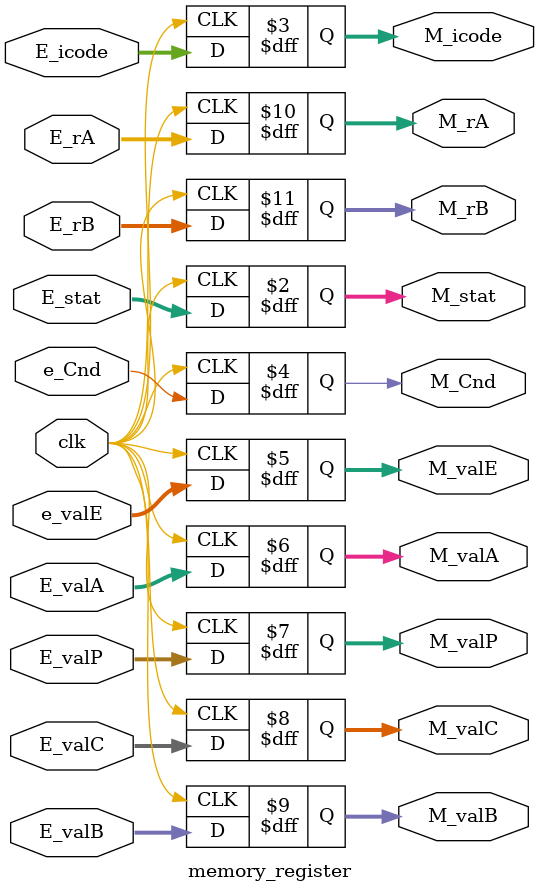
<source format=v>
module memory_register(
    clk,E_stat,E_icode,e_Cnd,e_valE,E_valP,E_valA,E_valB,E_rA,E_rB,E_valC,
    M_stat,M_icode,M_Cnd,M_valE,M_valA,M_rB,M_rA,M_valP,M_valC,M_valB);
    
    input clk;
    input [2:0] E_stat;
    input [3:0] E_icode;
    input  e_Cnd;
    input [63:0] e_valE,E_valP,E_valB,E_valC;
    input [63:0] E_valA;
    input [3:0] E_rA;
    input [3:0] E_rB;
    
    output reg [2:0] M_stat;
    output reg [3:0] M_icode;
    output reg  M_Cnd;
    output reg [63:0] M_valE;
    output reg [63:0] M_valA,M_valP,M_valC,M_valB;
    output reg [3:0] M_rA;
    output reg [3:0] M_rB;

    always @(posedge clk)
        begin
            M_stat<=E_stat;
            M_icode<=E_icode;
            M_Cnd<=e_Cnd;
            M_valE<=e_valE;
            M_valA<=E_valA;
            M_rB<=E_rB;
            M_rA<=E_rA;    
            M_valB<=E_valB;
            M_valC<=E_valC;
            M_valP<=E_valP;                  
        end
endmodule        






    

</source>
